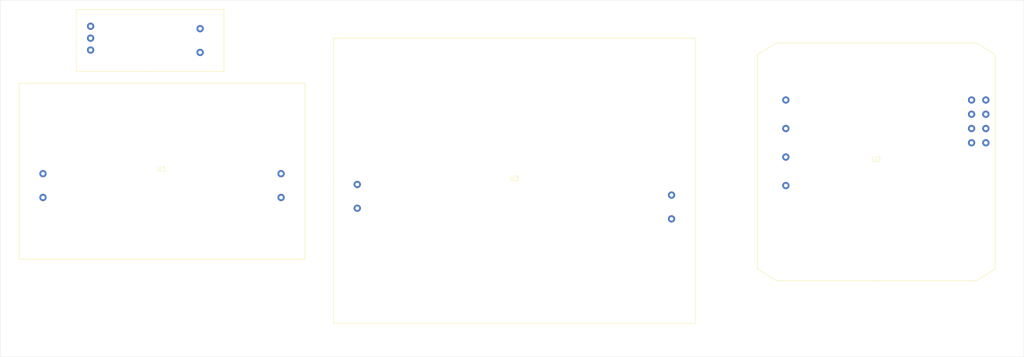
<source format=kicad_pcb>
(kicad_pcb (version 20240108) (generator "pcbnew") (generator_version "8.0")
  (layers (0 "F.Cu" signal) (31 "B.Cu" signal) (34 "B.Paste" user) (35 "F.Paste" user) (36 "B.SilkS" user "B.Silkscreen") (37 "F.SilkS" user "F.Silkscreen") (38 "B.Mask" user) (39 "F.Mask" user) (44 "Edge.Cuts" user))
  (net 0 "")
  (footprint "Driver_Del_Motor:Driver_Motor" (layer "F.Cu") (at 199 68)
    (property "Reference" "U2" (at 0 -0.5 0) (layer "F.SilkS") (effects (font (thickness 0.1))))
    (property "Value" "~")
    (fp_line (start -25 -22.5) (end -21 -25) (stroke (width 0.1)) (layer "F.SilkS"))
    (fp_line (start -25 22.5) (end -21 25) (stroke (width 0.1)) (layer "F.SilkS"))
    (fp_line (start 21 -25) (end 25 -22.5) (stroke (width 0.1)) (layer "F.SilkS"))
    (fp_line (start 21 25) (end 25 22.5) (stroke (width 0.1)) (layer "F.SilkS"))
    (fp_rect (start -25 -22.5) (end -25 0) (stroke (width 0.1)) (fill none) (layer "F.SilkS"))
    (fp_rect (start -25 0) (end -25 22.5) (stroke (width 0.1)) (fill none) (layer "F.SilkS"))
    (fp_rect (start -21 -25) (end 0 -25) (stroke (width 0.1)) (fill none) (layer "F.SilkS"))
    (fp_rect (start -21 25) (end 0 25) (stroke (width 0.1)) (fill none) (layer "F.SilkS"))
    (fp_rect (start 0 -25) (end 21 -25) (stroke (width 0.1)) (fill none) (layer "F.SilkS"))
    (fp_rect (start 0 25) (end 21 25) (stroke (width 0.1)) (fill none) (layer "F.SilkS"))
    (fp_rect (start 25 -22.5) (end 25 0) (stroke (width 0.1)) (fill none) (layer "F.SilkS"))
    (fp_rect (start 25 0) (end 25 22.5) (stroke (width 0.1)) (fill none) (layer "F.SilkS"))
    (pad "1" thru_hole circle (at -19 -13) (size 1.524 1.524) (drill 0.762) (layers "*.Cu" "*.Mask"))
    (pad "2" thru_hole circle (at -19 -7) (size 1.524 1.524) (drill 0.762) (layers "*.Cu" "*.Mask"))
    (pad "3" thru_hole circle (at -19 -1) (size 1.524 1.524) (drill 0.762) (layers "*.Cu" "*.Mask"))
    (pad "4" thru_hole circle (at -19 5) (size 1.524 1.524) (drill 0.762) (layers "*.Cu" "*.Mask"))
    (pad "5" thru_hole circle (at 23 -13) (size 1.524 1.524) (drill 0.762) (layers "*.Cu" "*.Mask"))
    (pad "6" thru_hole circle (at 20 -13) (size 1.524 1.524) (drill 0.762) (layers "*.Cu" "*.Mask"))
    (pad "7" thru_hole circle (at 23 -10) (size 1.524 1.524) (drill 0.762) (layers "*.Cu" "*.Mask"))
    (pad "8" thru_hole circle (at 20 -10) (size 1.524 1.524) (drill 0.762) (layers "*.Cu" "*.Mask"))
    (pad "9" thru_hole circle (at 23 -7) (size 1.524 1.524) (drill 0.762) (layers "*.Cu" "*.Mask"))
    (pad "10" thru_hole circle (at 20 -7) (size 1.524 1.524) (drill 0.762) (layers "*.Cu" "*.Mask"))
    (pad "11" thru_hole circle (at 23 -4) (size 1.524 1.524) (drill 0.762) (layers "*.Cu" "*.Mask"))
    (pad "12" thru_hole circle (at 20 -4) (size 1.524 1.524) (drill 0.762) (layers "*.Cu" "*.Mask"))
  )
  (footprint "XL4060_Footprint:XL4016" (layer "F.Cu") (at 49 70)
    (property "Reference" "U1" (at 0 -0.5 0) (layer "F.SilkS") (effects (font (thickness 0.1))))
    (property "Value" "~")
    (fp_rect (start -30 -18.5) (end -30 18.5) (stroke (width 0.1)) (fill none) (layer "F.SilkS"))
    (fp_rect (start -30 -18.5) (end 30 -18.5) (stroke (width 0.1)) (fill none) (layer "F.SilkS"))
    (fp_rect (start -30 18.5) (end 30 18.5) (stroke (width 0.1)) (fill none) (layer "F.SilkS"))
    (fp_rect (start 30 -18.5) (end 30 0) (stroke (width 0.1)) (fill none) (layer "F.SilkS"))
    (fp_rect (start 30 0) (end 30 18.5) (stroke (width 0.1)) (fill none) (layer "F.SilkS"))
    (pad "1" thru_hole circle (at -25 0.5) (size 1.524 1.524) (drill 0.762) (layers "*.Cu" "*.Mask"))
    (pad "2" thru_hole circle (at -25 5.5) (size 1.524 1.524) (drill 0.762) (layers "*.Cu" "*.Mask"))
    (pad "3" thru_hole circle (at 25 0.5) (size 1.524 1.524) (drill 0.762) (layers "*.Cu" "*.Mask"))
    (pad "4" thru_hole circle (at 25 5.5) (size 1.524 1.524) (drill 0.762) (layers "*.Cu" "*.Mask"))
  )
  (footprint "Sensor_Corriente:Sensor_Corriente" (layer "F.Cu") (at 46.5 42.5)
    (property "Reference" "U4" (hide yes))
    (property "Value" "~")
    (fp_line (start -15.5 0) (end -15.5 -6.5) (stroke (width 0.1)) (layer "F.SilkS"))
    (fp_line (start -15.5 0) (end -15.5 6.5) (stroke (width 0.1)) (layer "F.SilkS"))
    (fp_line (start 0 -6.5) (end -15.5 -6.5) (stroke (width 0.1)) (layer "F.SilkS"))
    (fp_line (start 0 -6.5) (end 15.5 -6.5) (stroke (width 0.1)) (layer "F.SilkS"))
    (fp_line (start 0 6.5) (end -15.5 6.5) (stroke (width 0.1)) (layer "F.SilkS"))
    (fp_line (start 0 6.5) (end 15.5 6.5) (stroke (width 0.1)) (layer "F.SilkS"))
    (fp_line (start 15.5 0) (end 15.5 -6.5) (stroke (width 0.1)) (layer "F.SilkS"))
    (fp_line (start 15.5 0) (end 15.5 6.5) (stroke (width 0.1)) (layer "F.SilkS"))
    (pad "1" thru_hole circle (at -12.5 -3) (size 1.524 1.524) (drill 0.762) (layers "*.Cu" "*.Mask"))
    (pad "2" thru_hole circle (at -12.5 -0.5) (size 1.524 1.524) (drill 0.762) (layers "*.Cu" "*.Mask"))
    (pad "3" thru_hole circle (at -12.5 2) (size 1.524 1.524) (drill 0.762) (layers "*.Cu" "*.Mask"))
    (pad "4" thru_hole circle (at 10.5 -2.5) (size 1.524 1.524) (drill 0.762) (layers "*.Cu" "*.Mask"))
    (pad "5" thru_hole circle (at 10.5 2.5) (size 1.524 1.524) (drill 0.762) (layers "*.Cu" "*.Mask"))
  )
  (footprint "Step_Down_Chino:Step_Down_Chinp" (layer "F.Cu") (at 123 72)
    (property "Reference" "U3" (at 0 -0.5 0) (layer "F.SilkS") (effects (font (thickness 0.1))))
    (property "Value" "~")
    (fp_line (start -38 0) (end -38 -30) (stroke (width 0.1)) (layer "F.SilkS"))
    (fp_line (start -38 30) (end -38 0) (stroke (width 0.1)) (layer "F.SilkS"))
    (fp_line (start 0 -30) (end -38 -30) (stroke (width 0.1)) (layer "F.SilkS"))
    (fp_line (start 0 -30) (end 38 -30) (stroke (width 0.1)) (layer "F.SilkS"))
    (fp_line (start 0 30) (end -38 30) (stroke (width 0.1)) (layer "F.SilkS"))
    (fp_line (start 0 30) (end 38 30) (stroke (width 0.1)) (layer "F.SilkS"))
    (fp_line (start 38 -30) (end 38 0) (stroke (width 0.1)) (layer "F.SilkS"))
    (fp_line (start 38 0) (end 38 30) (stroke (width 0.1)) (layer "F.SilkS"))
    (pad "1" thru_hole circle (at -33 0.762) (size 1.524 1.524) (drill 0.762) (layers "*.Cu" "*.Mask"))
    (pad "2" thru_hole circle (at -33 5.762) (size 1.524 1.524) (drill 0.762) (layers "*.Cu" "*.Mask"))
    (pad "3" thru_hole circle (at 33 3) (size 1.524 1.524) (drill 0.762) (layers "*.Cu" "*.Mask"))
    (pad "4" thru_hole circle (at 33 8) (size 1.524 1.524) (drill 0.762) (layers "*.Cu" "*.Mask"))
  )
  (gr_line (start 15 109) (end 15 34) (stroke (width 0.05)) (layer "Edge.Cuts"))
  (gr_line (start 15 109) (end 230 109) (stroke (width 0.05)) (layer "Edge.Cuts"))
  (gr_line (start 15 34) (end 230 34) (stroke (width 0.05)) (layer "Edge.Cuts"))
  (gr_line (start 230 109) (end 230 34) (stroke (width 0.05)) (layer "Edge.Cuts"))
)
</source>
